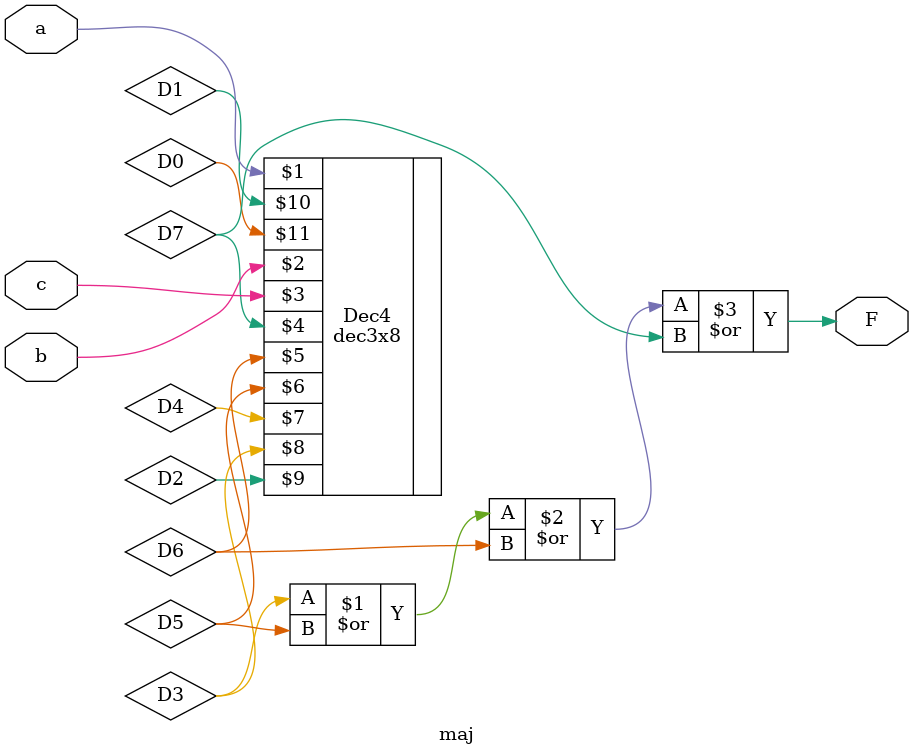
<source format=v>
`timescale 1ns / 1ps
module maj(a, b, c, F);

	input a, b, c;
	output F;
	// Implementation 1
	//assign F = (~a & b & c) | (a & ~b & c) | (a & b & ~c) | (a & b & c);
	
	// Implementation 2
	wire D0, D1, D2, D3, D4, D5, D6, D7;
	dec3x8 Dec4(a, b, c, D7, D6, D5, D4, D3, D2, D1, D0);
	assign F = D3 | D5 | D6 | D7;

endmodule

</source>
